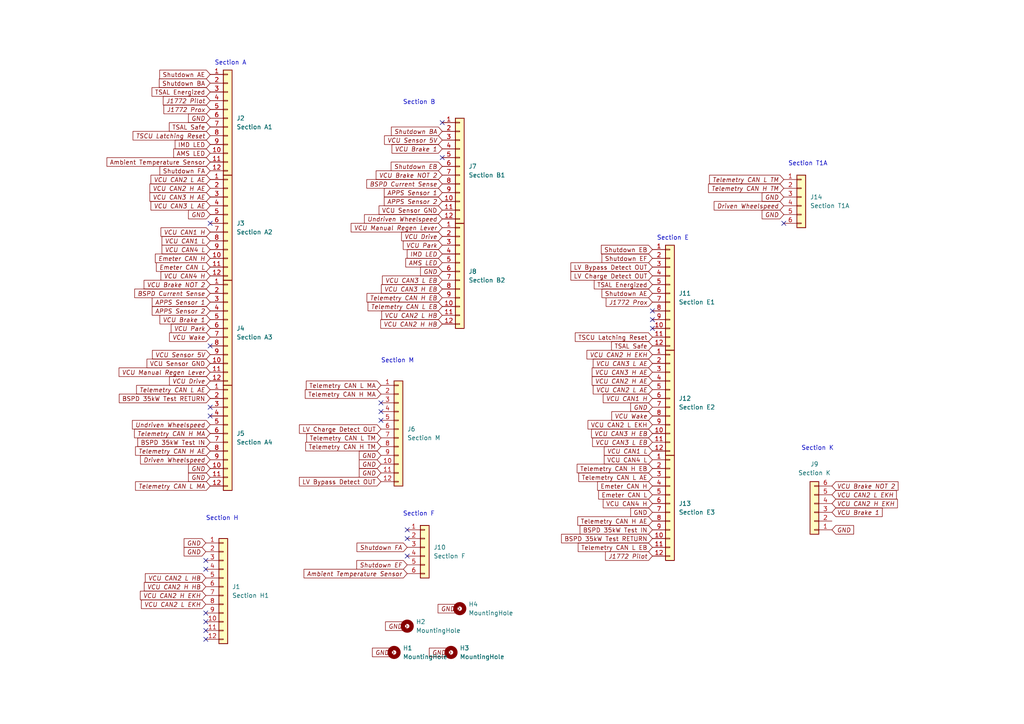
<source format=kicad_sch>
(kicad_sch (version 20211123) (generator eeschema)
  (paper "A4")
  (lib_symbols
    (symbol "Connector_Generic:Conn_01x06" (pin_names (offset 1.016) hide)
      (property "Reference" "J" (at 0 7.62 0))
      (property "Value" "Conn_01x06" (at 0 -10.16 0))
      (symbol "Conn_01x06_1_1"
        (rectangle (start -1.27 -7.493) (end 0 -7.747) (stroke (width 0.1524)))
        (rectangle (start -1.27 -4.953) (end 0 -5.207) (stroke (width 0.1524)))
        (rectangle (start -1.27 -2.413) (end 0 -2.667) (stroke (width 0.1524)))
        (rectangle (start -1.27 0.127) (end 0 -0.127) (stroke (width 0.1524)))
        (rectangle (start -1.27 2.667) (end 0 2.413) (stroke (width 0.1524)))
        (rectangle (start -1.27 5.207) (end 0 4.953) (stroke (width 0.1524)))
        (rectangle (start -1.27 6.35) (end 1.27 -8.89) (stroke (width 0.254)) (fill (type background)))
        (pin passive line (at -5.08 5.08 0) (length 3.81) (name "Pin_1") (number "1"))
        (pin passive line (at -5.08 2.54 0) (length 3.81) (name "Pin_2") (number "2"))
        (pin passive line (at -5.08 0 0) (length 3.81) (name "Pin_3") (number "3"))
        (pin passive line (at -5.08 -2.54 0) (length 3.81) (name "Pin_4") (number "4"))
        (pin passive line (at -5.08 -5.08 0) (length 3.81) (name "Pin_5") (number "5"))
        (pin passive line (at -5.08 -7.62 0) (length 3.81) (name "Pin_6") (number "6"))
      )
    )
    (symbol "Connector_Generic:Conn_01x12" (pin_names (offset 1.016) hide)
      (property "Reference" "J" (at 0 15.24 0))
      (property "Value" "Conn_01x12" (at 0 -17.78 0))
      (symbol "Conn_01x12_1_1"
        (rectangle (start -1.27 -15.113) (end 0 -15.367) (stroke (width 0.1524)))
        (rectangle (start -1.27 -12.573) (end 0 -12.827) (stroke (width 0.1524)))
        (rectangle (start -1.27 -10.033) (end 0 -10.287) (stroke (width 0.1524)))
        (rectangle (start -1.27 -7.493) (end 0 -7.747) (stroke (width 0.1524)))
        (rectangle (start -1.27 -4.953) (end 0 -5.207) (stroke (width 0.1524)))
        (rectangle (start -1.27 -2.413) (end 0 -2.667) (stroke (width 0.1524)))
        (rectangle (start -1.27 0.127) (end 0 -0.127) (stroke (width 0.1524)))
        (rectangle (start -1.27 2.667) (end 0 2.413) (stroke (width 0.1524)))
        (rectangle (start -1.27 5.207) (end 0 4.953) (stroke (width 0.1524)))
        (rectangle (start -1.27 7.747) (end 0 7.493) (stroke (width 0.1524)))
        (rectangle (start -1.27 10.287) (end 0 10.033) (stroke (width 0.1524)))
        (rectangle (start -1.27 12.827) (end 0 12.573) (stroke (width 0.1524)))
        (rectangle (start -1.27 13.97) (end 1.27 -16.51) (stroke (width 0.254)) (fill (type background)))
        (pin passive line (at -5.08 12.7 0) (length 3.81) (name "Pin_1") (number "1"))
        (pin passive line (at -5.08 -10.16 0) (length 3.81) (name "Pin_10") (number "10"))
        (pin passive line (at -5.08 -12.7 0) (length 3.81) (name "Pin_11") (number "11"))
        (pin passive line (at -5.08 -15.24 0) (length 3.81) (name "Pin_12") (number "12"))
        (pin passive line (at -5.08 10.16 0) (length 3.81) (name "Pin_2") (number "2"))
        (pin passive line (at -5.08 7.62 0) (length 3.81) (name "Pin_3") (number "3"))
        (pin passive line (at -5.08 5.08 0) (length 3.81) (name "Pin_4") (number "4"))
        (pin passive line (at -5.08 2.54 0) (length 3.81) (name "Pin_5") (number "5"))
        (pin passive line (at -5.08 0 0) (length 3.81) (name "Pin_6") (number "6"))
        (pin passive line (at -5.08 -2.54 0) (length 3.81) (name "Pin_7") (number "7"))
        (pin passive line (at -5.08 -5.08 0) (length 3.81) (name "Pin_8") (number "8"))
        (pin passive line (at -5.08 -7.62 0) (length 3.81) (name "Pin_9") (number "9"))
      )
    )
    (symbol "Mechanical:MountingHole" (pin_names (offset 1.016))
      (property "Reference" "H" (at 0 5.08 0))
      (property "Value" "MountingHole" (at 0 3.175 0))
      (symbol "MountingHole_0_1"
        (circle (center 0 0) (radius 1.27) (stroke (width 1.27)))
      )
    )
  )
  (no_connect (at 227.33 64.77))
  (no_connect (at 60.96 120.65))
  (no_connect (at 60.96 118.11))
  (no_connect (at 189.23 95.25))
  (no_connect (at 189.23 92.71))
  (no_connect (at 189.23 90.17))
  (no_connect (at 128.27 45.72))
  (no_connect (at 128.27 35.56))
  (no_connect (at 60.96 100.33))
  (no_connect (at 60.96 64.77))
  (no_connect (at 110.49 116.84))
  (no_connect (at 110.49 119.38))
  (no_connect (at 110.49 121.92))
  (no_connect (at 59.69 162.56))
  (no_connect (at 59.69 165.1))
  (no_connect (at 59.69 185.42))
  (no_connect (at 59.69 177.8))
  (no_connect (at 59.69 180.34))
  (no_connect (at 59.69 182.88))
  (no_connect (at 118.11 156.21))
  (no_connect (at 118.11 161.29))
  (no_connect (at 118.11 153.67))
  (text "Section B" (at 116.84 30.48 0) (effects (font (size 1.27 1.27)) (justify left bottom)))
  (text "Section M" (at 110.49 105.41 0) (effects (font (size 1.27 1.27)) (justify left bottom)))
  (text "Section A" (at 62.23 19.05 0) (effects (font (size 1.27 1.27)) (justify left bottom)))
  (text "Section F" (at 116.84 149.86 0) (effects (font (size 1.27 1.27)) (justify left bottom)))
  (text "Section T1A" (at 228.6 48.26 0) (effects (font (size 1.27 1.27)) (justify left bottom)))
  (text "Section K" (at 232.41 130.81 0) (effects (font (size 1.27 1.27)) (justify left bottom)))
  (text "Section E" (at 190.5 69.85 0) (effects (font (size 1.27 1.27)) (justify left bottom)))
  (text "Section H" (at 59.69 151.13 0) (effects (font (size 1.27 1.27)) (justify left bottom)))
  (global_label "Shutdown EF" (shape input) (at 189.23 74.93 180) (property "Intersheet References" "${INTERSHEET_REFS}" (effects hide)))
  (global_label "VCU CAN4 L" (shape input) (at 189.23 133.35 180) (property "Intersheet References" "${INTERSHEET_REFS}" (effects hide)))
  (global_label "BSPD 35kW Test IN" (shape input) (at 60.96 128.27 180) (property "Intersheet References" "${INTERSHEET_REFS}" (effects hide)))
  (global_label "VCU Brake NOT 2" (shape input) (at 241.3 140.97 0) (effects (font italic)) (property "Intersheet References" "${INTERSHEET_REFS}" (effects hide)))
  (global_label "Shutdown EB" (shape input) (at 128.27 48.26 180) (effects (font italic)) (property "Intersheet References" "${INTERSHEET_REFS}" (effects hide)))
  (global_label "Emeter CAN H" (shape input) (at 189.23 140.97 180) (property "Intersheet References" "${INTERSHEET_REFS}" (effects hide)))
  (global_label "APPS Sensor 2" (shape input) (at 128.27 58.42 180) (effects (font italic)) (property "Intersheet References" "${INTERSHEET_REFS}" (effects hide)))
  (global_label "APPS Sensor 1" (shape input) (at 60.96 87.63 180) (effects (font italic)) (property "Intersheet References" "${INTERSHEET_REFS}" (effects hide)))
  (global_label "J1772 Prox" (shape input) (at 60.96 31.75 180) (effects (font italic)) (property "Intersheet References" "${INTERSHEET_REFS}" (effects hide)))
  (global_label "IMD LED" (shape input) (at 60.96 41.91 180) (property "Intersheet References" "${INTERSHEET_REFS}" (effects hide)))
  (global_label "VCU Park" (shape input) (at 128.27 71.12 180) (effects (font italic)) (property "Intersheet References" "${INTERSHEET_REFS}" (effects hide)))
  (global_label "TSAL Energized" (shape input) (at 189.23 82.55 180) (property "Intersheet References" "${INTERSHEET_REFS}" (effects hide)))
  (global_label "TSAL Safe" (shape input) (at 60.96 36.83 180) (property "Intersheet References" "${INTERSHEET_REFS}" (effects hide)))
  (global_label "Shutdown EF" (shape input) (at 118.11 163.83 180) (effects (font italic)) (property "Intersheet References" "${INTERSHEET_REFS}" (effects hide)))
  (global_label "GND" (shape input) (at 227.33 57.15 180) (effects (font italic)) (property "Intersheet References" "${INTERSHEET_REFS}" (effects hide)))
  (global_label "VCU CAN1 L" (shape input) (at 189.23 130.81 180) (effects (font italic)) (property "Intersheet References" "${INTERSHEET_REFS}" (effects hide)))
  (global_label "GND" (shape input) (at 60.96 62.23 180) (effects (font italic)) (property "Intersheet References" "${INTERSHEET_REFS}" (effects hide)))
  (global_label "BSPD 35kW Test RETURN" (shape input) (at 189.23 156.21 180) (property "Intersheet References" "${INTERSHEET_REFS}" (effects hide)))
  (global_label "Shutdown BA" (shape input) (at 60.96 24.13 180) (property "Intersheet References" "${INTERSHEET_REFS}" (effects hide)))
  (global_label "APPS Sensor 1" (shape input) (at 128.27 55.88 180) (effects (font italic)) (property "Intersheet References" "${INTERSHEET_REFS}" (effects hide)))
  (global_label "Telemetry CAN L EB" (shape input) (at 128.27 88.9 180) (effects (font italic)) (property "Intersheet References" "${INTERSHEET_REFS}" (effects hide)))
  (global_label "VCU Sensor 5V" (shape input) (at 60.96 102.87 180) (effects (font italic)) (property "Intersheet References" "${INTERSHEET_REFS}" (effects hide)))
  (global_label "VCU Manual Regen Lever" (shape input) (at 60.96 107.95 180) (effects (font italic)) (property "Intersheet References" "${INTERSHEET_REFS}" (effects hide)))
  (global_label "LV Bypass Detect OUT" (shape input) (at 110.49 139.7 180) (property "Intersheet References" "${INTERSHEET_REFS}" (effects hide)))
  (global_label "VCU Brake 1" (shape input) (at 241.3 148.59 0) (effects (font italic)) (property "Intersheet References" "${INTERSHEET_REFS}" (effects hide)))
  (global_label "VCU CAN1 H" (shape input) (at 60.96 67.31 180) (effects (font italic)) (property "Intersheet References" "${INTERSHEET_REFS}" (effects hide)))
  (global_label "VCU CAN3 L AE" (shape input) (at 60.96 59.69 180) (effects (font italic)) (property "Intersheet References" "${INTERSHEET_REFS}" (effects hide)))
  (global_label "VCU CAN1 H" (shape input) (at 189.23 115.57 180) (effects (font italic)) (property "Intersheet References" "${INTERSHEET_REFS}" (effects hide)))
  (global_label "GND" (shape input) (at 110.49 132.08 180) (effects (font italic)) (property "Intersheet References" "${INTERSHEET_REFS}" (effects hide)))
  (global_label "LV Charge Detect OUT" (shape input) (at 189.23 80.01 180) (property "Intersheet References" "${INTERSHEET_REFS}" (effects hide)))
  (global_label "VCU Brake NOT 2" (shape input) (at 60.96 82.55 180) (effects (font italic)) (property "Intersheet References" "${INTERSHEET_REFS}" (effects hide)))
  (global_label "BSPD Current Sense" (shape input) (at 128.27 53.34 180) (effects (font italic)) (property "Intersheet References" "${INTERSHEET_REFS}" (effects hide)))
  (global_label "Shutdown AE" (shape input) (at 60.96 21.59 180) (property "Intersheet References" "${INTERSHEET_REFS}" (effects hide)))
  (global_label "GND" (shape input) (at 241.3 153.67 0) (effects (font italic)) (property "Intersheet References" "${INTERSHEET_REFS}" (effects hide)))
  (global_label "Shutdown BA" (shape input) (at 128.27 38.1 180) (effects (font italic)) (property "Intersheet References" "${INTERSHEET_REFS}" (effects hide)))
  (global_label "Undriven Wheelspeed" (shape input) (at 60.96 123.19 180) (effects (font italic)) (property "Intersheet References" "${INTERSHEET_REFS}" (effects hide)))
  (global_label "VCU CAN3 L AE" (shape input) (at 189.23 105.41 180) (effects (font italic)) (property "Intersheet References" "${INTERSHEET_REFS}" (effects hide)))
  (global_label "Shutdown FA" (shape input) (at 60.96 49.53 180) (property "Intersheet References" "${INTERSHEET_REFS}" (effects hide)))
  (global_label "Telemetry CAN H AE" (shape input) (at 189.23 151.13 180) (property "Intersheet References" "${INTERSHEET_REFS}" (effects hide)))
  (global_label "Telemetry CAN H AE" (shape input) (at 60.96 130.81 180) (effects (font italic)) (property "Intersheet References" "${INTERSHEET_REFS}" (effects hide)))
  (global_label "VCU CAN2 H HB" (shape input) (at 59.69 170.18 180) (effects (font italic)) (property "Intersheet References" "${INTERSHEET_REFS}" (effects hide)))
  (global_label "VCU CAN2 L EKH" (shape input) (at 59.69 175.26 180) (effects (font italic)) (property "Intersheet References" "${INTERSHEET_REFS}" (effects hide)))
  (global_label "TSCU Latching Reset" (shape input) (at 189.23 97.79 180) (property "Intersheet References" "${INTERSHEET_REFS}" (effects hide)))
  (global_label "VCU CAN2 H EKH" (shape input) (at 189.23 102.87 180) (effects (font italic)) (property "Intersheet References" "${INTERSHEET_REFS}" (effects hide)))
  (global_label "Telemetry CAN H MA" (shape input) (at 60.96 125.73 180) (effects (font italic)) (property "Intersheet References" "${INTERSHEET_REFS}" (effects hide)))
  (global_label "VCU Park" (shape input) (at 60.96 95.25 180) (effects (font italic)) (property "Intersheet References" "${INTERSHEET_REFS}" (effects hide)))
  (global_label "VCU CAN3 H AE" (shape input) (at 189.23 107.95 180) (effects (font italic)) (property "Intersheet References" "${INTERSHEET_REFS}" (effects hide)))
  (global_label "GND" (shape input) (at 60.96 138.43 180) (effects (font italic)) (property "Intersheet References" "${INTERSHEET_REFS}" (effects hide)))
  (global_label "AMS LED" (shape input) (at 128.27 76.2 180) (effects (font italic)) (property "Intersheet References" "${INTERSHEET_REFS}" (effects hide)))
  (global_label "TSAL Energized" (shape input) (at 60.96 26.67 180) (property "Intersheet References" "${INTERSHEET_REFS}" (effects hide)))
  (global_label "BSPD Current Sense" (shape input) (at 60.96 85.09 180) (effects (font italic)) (property "Intersheet References" "${INTERSHEET_REFS}" (effects hide)))
  (global_label "GND" (shape input) (at 189.23 148.59 180) (property "Intersheet References" "${INTERSHEET_REFS}" (effects hide)))
  (global_label "Shutdown FA" (shape input) (at 118.11 158.75 180) (effects (font italic)) (property "Intersheet References" "${INTERSHEET_REFS}" (effects hide)))
  (global_label "VCU Drive" (shape input) (at 60.96 110.49 180) (effects (font italic)) (property "Intersheet References" "${INTERSHEET_REFS}" (effects hide)))
  (global_label "VCU CAN3 L EB" (shape input) (at 189.23 128.27 180) (effects (font italic)) (property "Intersheet References" "${INTERSHEET_REFS}" (effects hide)))
  (global_label "GND" (shape input) (at 59.69 160.02 180) (effects (font italic)) (property "Intersheet References" "${INTERSHEET_REFS}" (effects hide)))
  (global_label "GND" (shape input) (at 114.3 189.23 180) (effects (font italic)) (property "Intersheet References" "${INTERSHEET_REFS}" (effects hide)))
  (global_label "VCU CAN2 H AE" (shape input) (at 189.23 110.49 180) (effects (font italic)) (property "Intersheet References" "${INTERSHEET_REFS}" (effects hide)))
  (global_label "Driven Wheelspeed" (shape input) (at 227.33 59.69 180) (effects (font italic)) (property "Intersheet References" "${INTERSHEET_REFS}" (effects hide)))
  (global_label "VCU CAN2 H EKH" (shape input) (at 59.69 172.72 180) (effects (font italic)) (property "Intersheet References" "${INTERSHEET_REFS}" (effects hide)))
  (global_label "J1772 Pilot" (shape input) (at 189.23 161.29 180) (effects (font italic)) (property "Intersheet References" "${INTERSHEET_REFS}" (effects hide)))
  (global_label "VCU CAN1 L" (shape input) (at 60.96 69.85 180) (effects (font italic)) (property "Intersheet References" "${INTERSHEET_REFS}" (effects hide)))
  (global_label "VCU CAN2 H HB" (shape input) (at 128.27 93.98 180) (effects (font italic)) (property "Intersheet References" "${INTERSHEET_REFS}" (effects hide)))
  (global_label "GND" (shape input) (at 130.81 189.23 180) (effects (font italic)) (property "Intersheet References" "${INTERSHEET_REFS}" (effects hide)))
  (global_label "Ambient Temperature Sensor" (shape input) (at 118.11 166.37 180) (effects (font italic)) (property "Intersheet References" "${INTERSHEET_REFS}" (effects hide)))
  (global_label "TSAL Safe" (shape input) (at 189.23 100.33 180) (property "Intersheet References" "${INTERSHEET_REFS}" (effects hide)))
  (global_label "Telemetry CAN H EB" (shape input) (at 128.27 86.36 180) (effects (font italic)) (property "Intersheet References" "${INTERSHEET_REFS}" (effects hide)))
  (global_label "VCU Sensor 5V" (shape input) (at 128.27 40.64 180) (effects (font italic)) (property "Intersheet References" "${INTERSHEET_REFS}" (effects hide)))
  (global_label "IMD LED" (shape input) (at 128.27 73.66 180) (effects (font italic)) (property "Intersheet References" "${INTERSHEET_REFS}" (effects hide)))
  (global_label "VCU Drive" (shape input) (at 128.27 68.58 180) (effects (font italic)) (property "Intersheet References" "${INTERSHEET_REFS}" (effects hide)))
  (global_label "GND" (shape input) (at 227.33 62.23 180) (effects (font italic)) (property "Intersheet References" "${INTERSHEET_REFS}" (effects hide)))
  (global_label "Shutdown EB" (shape input) (at 189.23 72.39 180) (property "Intersheet References" "${INTERSHEET_REFS}" (effects hide)))
  (global_label "Telemetry CAN L AE" (shape input) (at 60.96 113.03 180) (effects (font italic)) (property "Intersheet References" "${INTERSHEET_REFS}" (effects hide)))
  (global_label "VCU CAN2 L EKH" (shape input) (at 241.3 143.51 0) (effects (font italic)) (property "Intersheet References" "${INTERSHEET_REFS}" (effects hide)))
  (global_label "Telemetry CAN H TM" (shape input) (at 110.49 129.54 180) (property "Intersheet References" "${INTERSHEET_REFS}" (effects hide)))
  (global_label "VCU CAN4 H" (shape input) (at 60.96 80.01 180) (effects (font italic)) (property "Intersheet References" "${INTERSHEET_REFS}" (effects hide)))
  (global_label "VCU CAN2 L EKH" (shape input) (at 189.23 123.19 180) (property "Intersheet References" "${INTERSHEET_REFS}" (effects hide)))
  (global_label "VCU CAN4 H" (shape input) (at 189.23 146.05 180) (property "Intersheet References" "${INTERSHEET_REFS}" (effects hide)))
  (global_label "VCU CAN3 H EB" (shape input) (at 189.23 125.73 180) (effects (font italic)) (property "Intersheet References" "${INTERSHEET_REFS}" (effects hide)))
  (global_label "VCU Brake 1" (shape input) (at 60.96 92.71 180) (effects (font italic)) (property "Intersheet References" "${INTERSHEET_REFS}" (effects hide)))
  (global_label "GND" (shape input) (at 110.49 137.16 180) (effects (font italic)) (property "Intersheet References" "${INTERSHEET_REFS}" (effects hide)))
  (global_label "Telemetry CAN H TM" (shape input) (at 227.33 54.61 180) (effects (font italic)) (property "Intersheet References" "${INTERSHEET_REFS}" (effects hide)))
  (global_label "GND" (shape input) (at 118.11 181.61 180) (effects (font italic)) (property "Intersheet References" "${INTERSHEET_REFS}" (effects hide)))
  (global_label "BSPD 35kW Test IN" (shape input) (at 189.23 153.67 180) (property "Intersheet References" "${INTERSHEET_REFS}" (effects hide)))
  (global_label "GND" (shape input) (at 110.49 134.62 180) (effects (font italic)) (property "Intersheet References" "${INTERSHEET_REFS}" (effects hide)))
  (global_label "GND" (shape input) (at 189.23 118.11 180) (effects (font italic)) (property "Intersheet References" "${INTERSHEET_REFS}" (effects hide)))
  (global_label "VCU CAN2 L HB" (shape input) (at 128.27 91.44 180) (effects (font italic)) (property "Intersheet References" "${INTERSHEET_REFS}" (effects hide)))
  (global_label "VCU Brake 1" (shape input) (at 128.27 43.18 180) (effects (font italic)) (property "Intersheet References" "${INTERSHEET_REFS}" (effects hide)))
  (global_label "GND" (shape input) (at 60.96 135.89 180) (effects (font italic)) (property "Intersheet References" "${INTERSHEET_REFS}" (effects hide)))
  (global_label "GND" (shape input) (at 60.96 34.29 180) (effects (font italic)) (property "Intersheet References" "${INTERSHEET_REFS}" (effects hide)))
  (global_label "Shutdown AE" (shape input) (at 189.23 85.09 180) (property "Intersheet References" "${INTERSHEET_REFS}" (effects hide)))
  (global_label "VCU Wake" (shape input) (at 189.23 120.65 180) (effects (font italic)) (property "Intersheet References" "${INTERSHEET_REFS}" (effects hide)))
  (global_label "VCU CAN2 L AE" (shape input) (at 189.23 113.03 180) (effects (font italic)) (property "Intersheet References" "${INTERSHEET_REFS}" (effects hide)))
  (global_label "J1772 Prox" (shape input) (at 189.23 87.63 180) (effects (font italic)) (property "Intersheet References" "${INTERSHEET_REFS}" (effects hide)))
  (global_label "Emeter CAN L" (shape input) (at 189.23 143.51 180) (property "Intersheet References" "${INTERSHEET_REFS}" (effects hide)))
  (global_label "J1772 Pilot" (shape input) (at 60.96 29.21 180) (effects (font italic)) (property "Intersheet References" "${INTERSHEET_REFS}" (effects hide)))
  (global_label "LV Charge Detect OUT" (shape input) (at 110.49 124.46 180) (property "Intersheet References" "${INTERSHEET_REFS}" (effects hide)))
  (global_label "TSCU Latching Reset" (shape input) (at 60.96 39.37 180) (effects (font italic)) (property "Intersheet References" "${INTERSHEET_REFS}" (effects hide)))
  (global_label "VCU CAN2 L AE" (shape input) (at 60.96 52.07 180) (effects (font italic)) (property "Intersheet References" "${INTERSHEET_REFS}" (effects hide)))
  (global_label "VCU CAN3 L EB" (shape input) (at 128.27 81.28 180) (effects (font italic)) (property "Intersheet References" "${INTERSHEET_REFS}" (effects hide)))
  (global_label "Emeter CAN H" (shape input) (at 60.96 74.93 180) (effects (font italic)) (property "Intersheet References" "${INTERSHEET_REFS}" (effects hide)))
  (global_label "Ambient Temperature Sensor" (shape input) (at 60.96 46.99 180) (property "Intersheet References" "${INTERSHEET_REFS}" (effects hide)))
  (global_label "Telemetry CAN H EB" (shape input) (at 189.23 135.89 180) (property "Intersheet References" "${INTERSHEET_REFS}" (effects hide)))
  (global_label "VCU Sensor GND" (shape input) (at 60.96 105.41 180) (property "Intersheet References" "${INTERSHEET_REFS}" (effects hide)))
  (global_label "VCU CAN2 H AE" (shape input) (at 60.96 54.61 180) (effects (font italic)) (property "Intersheet References" "${INTERSHEET_REFS}" (effects hide)))
  (global_label "VCU CAN3 H EB" (shape input) (at 128.27 83.82 180) (effects (font italic)) (property "Intersheet References" "${INTERSHEET_REFS}" (effects hide)))
  (global_label "Driven Wheelspeed" (shape input) (at 60.96 133.35 180) (effects (font italic)) (property "Intersheet References" "${INTERSHEET_REFS}" (effects hide)))
  (global_label "GND" (shape input) (at 133.35 176.53 180) (effects (font italic)) (property "Intersheet References" "${INTERSHEET_REFS}" (effects hide)))
  (global_label "VCU Sensor GND" (shape input) (at 128.27 60.96 180) (property "Intersheet References" "${INTERSHEET_REFS}" (effects hide)))
  (global_label "VCU CAN2 L HB" (shape input) (at 59.69 167.64 180) (effects (font italic)) (property "Intersheet References" "${INTERSHEET_REFS}" (effects hide)))
  (global_label "AMS LED" (shape input) (at 60.96 44.45 180) (property "Intersheet References" "${INTERSHEET_REFS}" (effects hide)))
  (global_label "Telemetry CAN L MA" (shape input) (at 110.49 111.76 180) (property "Intersheet References" "${INTERSHEET_REFS}" (effects hide)))
  (global_label "Telemetry CAN L EB" (shape input) (at 189.23 158.75 180) (property "Intersheet References" "${INTERSHEET_REFS}" (effects hide)))
  (global_label "Telemetry CAN L AE" (shape input) (at 189.23 138.43 180) (property "Intersheet References" "${INTERSHEET_REFS}" (effects hide)))
  (global_label "LV Bypass Detect OUT" (shape input) (at 189.23 77.47 180) (property "Intersheet References" "${INTERSHEET_REFS}" (effects hide)))
  (global_label "Telemetry CAN L TM" (shape input) (at 110.49 127 180) (property "Intersheet References" "${INTERSHEET_REFS}" (effects hide)))
  (global_label "VCU CAN3 H AE" (shape input) (at 60.96 57.15 180) (effects (font italic)) (property "Intersheet References" "${INTERSHEET_REFS}" (effects hide)))
  (global_label "Telemetry CAN L TM" (shape input) (at 227.33 52.07 180) (effects (font italic)) (property "Intersheet References" "${INTERSHEET_REFS}" (effects hide)))
  (global_label "VCU Manual Regen Lever" (shape input) (at 128.27 66.04 180) (effects (font italic)) (property "Intersheet References" "${INTERSHEET_REFS}" (effects hide)))
  (global_label "BSPD 35kW Test RETURN" (shape input) (at 60.96 115.57 180) (property "Intersheet References" "${INTERSHEET_REFS}" (effects hide)))
  (global_label "APPS Sensor 2" (shape input) (at 60.96 90.17 180) (effects (font italic)) (property "Intersheet References" "${INTERSHEET_REFS}" (effects hide)))
  (global_label "Telemetry CAN L MA" (shape input) (at 60.96 140.97 180) (effects (font italic)) (property "Intersheet References" "${INTERSHEET_REFS}" (effects hide)))
  (global_label "VCU CAN4 L" (shape input) (at 60.96 72.39 180) (effects (font italic)) (property "Intersheet References" "${INTERSHEET_REFS}" (effects hide)))
  (global_label "Undriven Wheelspeed" (shape input) (at 128.27 63.5 180) (effects (font italic)) (property "Intersheet References" "${INTERSHEET_REFS}" (effects hide)))
  (global_label "Telemetry CAN H MA" (shape input) (at 110.49 114.3 180) (property "Intersheet References" "${INTERSHEET_REFS}" (effects hide)))
  (global_label "GND" (shape input) (at 59.69 157.48 180) (effects (font italic)) (property "Intersheet References" "${INTERSHEET_REFS}" (effects hide)))
  (global_label "VCU CAN2 H EKH" (shape input) (at 241.3 146.05 0) (effects (font italic)) (property "Intersheet References" "${INTERSHEET_REFS}" (effects hide)))
  (global_label "VCU Brake NOT 2" (shape input) (at 128.27 50.8 180) (effects (font italic)) (property "Intersheet References" "${INTERSHEET_REFS}" (effects hide)))
  (global_label "Emeter CAN L" (shape input) (at 60.96 77.47 180) (effects (font italic)) (property "Intersheet References" "${INTERSHEET_REFS}" (effects hide)))
  (global_label "GND" (shape input) (at 128.27 78.74 180) (effects (font italic)) (property "Intersheet References" "${INTERSHEET_REFS}" (effects hide)))
  (global_label "VCU Wake" (shape input) (at 60.96 97.79 180) (effects (font italic)) (property "Intersheet References" "${INTERSHEET_REFS}" (effects hide)))
  (symbol (lib_id "Connector_Generic:Conn_01x12") (at 194.31 146.05 0) (unit 1)
    (property "Reference" "J13" (at 196.85 146.0499 0) (effects (justify left)))
    (property "Value" "Section E3" (at 196.85 148.5899 0) (effects (justify left)))
    (property "Footprint" "Connector_Molex:Molex_Micro-Fit_3.0_43045-1212_2x06_P3.00mm_Vertical" (effects hide))
  )
  (symbol (lib_id "Connector_Generic:Conn_01x12") (at 115.57 124.46 0) (unit 1)
    (property "Reference" "J6" (at 118.11 124.4599 0) (effects (justify left)))
    (property "Value" "Section M" (at 118.11 126.9999 0) (effects (justify left)))
    (property "Footprint" "Connector_Molex:Molex_Micro-Fit_3.0_43045-1212_2x06_P3.00mm_Vertical" (effects hide))
  )
  (symbol (lib_id "Connector_Generic:Conn_01x12") (at 66.04 95.25 0) (unit 1)
    (property "Reference" "J4" (at 68.58 95.2499 0) (effects (justify left)))
    (property "Value" "Section A3" (at 68.58 97.7899 0) (effects (justify left)))
    (property "Footprint" "Connector_Molex:Molex_Micro-Fit_3.0_43045-1212_2x06_P3.00mm_Vertical" (effects hide))
  )
  (symbol (lib_id "Mechanical:MountingHole") (at 118.11 181.61 0) (unit 1)
    (property "Reference" "H2" (at 120.65 180.3399 0) (effects (justify left)))
    (property "Value" "MountingHole" (at 120.65 182.8799 0) (effects (justify left)))
    (property "Footprint" "MountingHole:MountingHole_3.2mm_M3_Pad" (effects hide))
  )
  (symbol (lib_id "Connector_Generic:Conn_01x06") (at 123.19 158.75 0) (unit 1)
    (property "Reference" "J10" (at 125.73 158.7499 0) (effects (justify left)))
    (property "Value" "Section F" (at 125.73 161.2899 0) (effects (justify left)))
    (property "Footprint" "Connector_Molex:Molex_Micro-Fit_3.0_43045-0612_2x03_P3.00mm_Vertical" (effects hide))
  )
  (symbol (lib_id "Connector_Generic:Conn_01x06") (at 236.22 148.59 180) (unit 1)
    (property "Reference" "J9" (at 236.22 134.62 0))
    (property "Value" "Section K" (at 236.22 137.16 0))
    (property "Footprint" "Connector_Molex:Molex_Micro-Fit_3.0_43045-0612_2x03_P3.00mm_Vertical" (effects hide))
  )
  (symbol (lib_id "Mechanical:MountingHole") (at 114.3 189.23 0) (unit 1)
    (property "Reference" "H1" (at 116.84 187.9599 0) (effects (justify left)))
    (property "Value" "MountingHole" (at 116.84 190.4999 0) (effects (justify left)))
    (property "Footprint" "MountingHole:MountingHole_3.2mm_M3_Pad" (effects hide))
  )
  (symbol (lib_id "Mechanical:MountingHole") (at 130.81 189.23 0) (unit 1)
    (property "Reference" "H3" (at 133.35 187.9599 0) (effects (justify left)))
    (property "Value" "MountingHole" (at 133.35 190.4999 0) (effects (justify left)))
    (property "Footprint" "MountingHole:MountingHole_3.2mm_M3_Pad" (effects hide))
  )
  (symbol (lib_id "Connector_Generic:Conn_01x12") (at 133.35 48.26 0) (unit 1)
    (property "Reference" "J7" (at 135.89 48.2599 0) (effects (justify left)))
    (property "Value" "Section B1" (at 135.89 50.7999 0) (effects (justify left)))
    (property "Footprint" "Connector_Molex:Molex_Micro-Fit_3.0_43045-1212_2x06_P3.00mm_Vertical" (effects hide))
  )
  (symbol (lib_id "Connector_Generic:Conn_01x12") (at 66.04 125.73 0) (unit 1)
    (property "Reference" "J5" (at 68.58 125.7299 0) (effects (justify left)))
    (property "Value" "Section A4" (at 68.58 128.2699 0) (effects (justify left)))
    (property "Footprint" "Connector_Molex:Molex_Micro-Fit_3.0_43045-1212_2x06_P3.00mm_Vertical" (effects hide))
  )
  (symbol (lib_id "Connector_Generic:Conn_01x12") (at 194.31 85.09 0) (unit 1)
    (property "Reference" "J11" (at 196.85 85.0899 0) (effects (justify left)))
    (property "Value" "Section E1" (at 196.85 87.6299 0) (effects (justify left)))
    (property "Footprint" "Connector_Molex:Molex_Micro-Fit_3.0_43045-1212_2x06_P3.00mm_Vertical" (effects hide))
  )
  (symbol (lib_id "Connector_Generic:Conn_01x12") (at 133.35 78.74 0) (unit 1)
    (property "Reference" "J8" (at 135.89 78.7399 0) (effects (justify left)))
    (property "Value" "Section B2" (at 135.89 81.2799 0) (effects (justify left)))
    (property "Footprint" "Connector_Molex:Molex_Micro-Fit_3.0_43045-1212_2x06_P3.00mm_Vertical" (effects hide))
  )
  (symbol (lib_id "Connector_Generic:Conn_01x06") (at 232.41 57.15 0) (unit 1)
    (property "Reference" "J14" (at 234.95 57.1499 0) (effects (justify left)))
    (property "Value" "Section T1A" (at 234.95 59.6899 0) (effects (justify left)))
    (property "Footprint" "Connector_Molex:Molex_Micro-Fit_3.0_43045-0612_2x03_P3.00mm_Vertical" (effects hide))
  )
  (symbol (lib_id "Connector_Generic:Conn_01x12") (at 66.04 64.77 0) (unit 1)
    (property "Reference" "J3" (at 68.58 64.7699 0) (effects (justify left)))
    (property "Value" "Section A2" (at 68.58 67.3099 0) (effects (justify left)))
    (property "Footprint" "Connector_Molex:Molex_Micro-Fit_3.0_43045-1212_2x06_P3.00mm_Vertical" (effects hide))
  )
  (symbol (lib_id "Connector_Generic:Conn_01x12") (at 66.04 34.29 0) (unit 1)
    (property "Reference" "J2" (at 68.58 34.2899 0) (effects (justify left)))
    (property "Value" "Section A1" (at 68.58 36.8299 0) (effects (justify left)))
    (property "Footprint" "Connector_Molex:Molex_Micro-Fit_3.0_43045-1212_2x06_P3.00mm_Vertical" (effects hide))
    (property "Datasheet" "  (symbol \"Connector_Generic:Conn_01x06\" (pin_names (offset 1.016) hide) (in_bom yes) (on_board yes)" (effects hide))
  )
  (symbol (lib_id "Mechanical:MountingHole") (at 133.35 176.53 0) (unit 1)
    (property "Reference" "H4" (at 135.89 175.2599 0) (effects (justify left)))
    (property "Value" "MountingHole" (at 135.89 177.7999 0) (effects (justify left)))
    (property "Footprint" "MountingHole:MountingHole_3.2mm_M3_Pad" (effects hide))
  )
  (symbol (lib_id "Connector_Generic:Conn_01x12") (at 194.31 115.57 0) (unit 1)
    (property "Reference" "J12" (at 196.85 115.5699 0) (effects (justify left)))
    (property "Value" "Section E2" (at 196.85 118.1099 0) (effects (justify left)))
    (property "Footprint" "Connector_Molex:Molex_Micro-Fit_3.0_43045-1212_2x06_P3.00mm_Vertical" (effects hide))
  )
  (symbol (lib_id "Connector_Generic:Conn_01x12") (at 64.77 170.18 0) (unit 1)
    (property "Reference" "J1" (at 67.31 170.1799 0) (effects (justify left)))
    (property "Value" "Section H1" (at 67.31 172.7199 0) (effects (justify left)))
    (property "Footprint" "Connector_Molex:Molex_Micro-Fit_3.0_43045-1212_2x06_P3.00mm_Vertical" (effects hide))
  )
)
</source>
